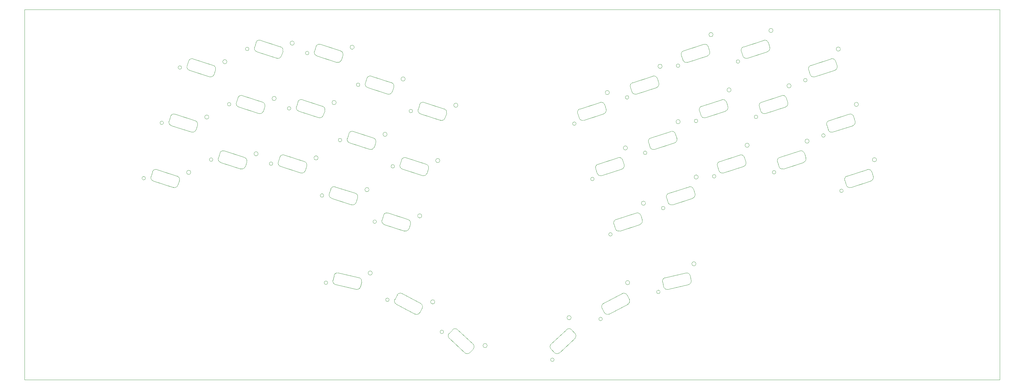
<source format=gbr>
%TF.GenerationSoftware,KiCad,Pcbnew,9.0.6*%
%TF.CreationDate,2025-12-02T23:38:21-05:00*%
%TF.ProjectId,frameortho,6672616d-656f-4727-9468-6f2e6b696361,rev?*%
%TF.SameCoordinates,Original*%
%TF.FileFunction,Profile,NP*%
%FSLAX46Y46*%
G04 Gerber Fmt 4.6, Leading zero omitted, Abs format (unit mm)*
G04 Created by KiCad (PCBNEW 9.0.6) date 2025-12-02 23:38:21*
%MOMM*%
%LPD*%
G01*
G04 APERTURE LIST*
%TA.AperFunction,Profile*%
%ADD10C,0.050000*%
%TD*%
%TA.AperFunction,Profile*%
%ADD11C,0.100000*%
%TD*%
G04 APERTURE END LIST*
D10*
X350236540Y-80000000D02*
X216791539Y-80035000D01*
X207691539Y-80035000D02*
X216791539Y-80035000D01*
X74236540Y-185000000D02*
X350236540Y-185000000D01*
X350236540Y-185000000D02*
X350236540Y-80000000D01*
X207691539Y-80035000D02*
X74236540Y-80000000D01*
X74236540Y-80000000D02*
X74236540Y-185000000D01*
D11*
%TO.C,S3*%
X156294951Y-91876043D02*
X156727575Y-90544564D01*
X157987648Y-89902525D02*
X163693987Y-91756627D01*
X162643330Y-94990219D02*
X156936990Y-93136117D01*
X164336027Y-93016700D02*
X163903403Y-94348179D01*
X156727575Y-90544564D02*
G75*
G02*
X157987648Y-89902524I951056J-309016D01*
G01*
X156936990Y-93136117D02*
G75*
G02*
X156294951Y-91876043I309016J951056D01*
G01*
X163693987Y-91756627D02*
G75*
G02*
X164336026Y-93016700I-309017J-951056D01*
G01*
X163903403Y-94348179D02*
G75*
G02*
X162643330Y-94990218I-951056J309017D01*
G01*
X154743131Y-92365975D02*
G75*
G02*
X153743129Y-92365975I-500001J0D01*
G01*
X153743129Y-92365975D02*
G75*
G02*
X154743131Y-92365975I500001J0D01*
G01*
X167574978Y-90719761D02*
G75*
G02*
X166374982Y-90719761I-599998J0D01*
G01*
X166374982Y-90719761D02*
G75*
G02*
X167574978Y-90719761I599998J0D01*
G01*
%TO.C,S13*%
X151182756Y-107568483D02*
X151615380Y-106237004D01*
X152875453Y-105594965D02*
X158581792Y-107449067D01*
X157531135Y-110682659D02*
X151824795Y-108828557D01*
X159223832Y-108709140D02*
X158791208Y-110040619D01*
X151615380Y-106237004D02*
G75*
G02*
X152875453Y-105594964I951056J-309016D01*
G01*
X151824795Y-108828557D02*
G75*
G02*
X151182756Y-107568483I309016J951056D01*
G01*
X158581792Y-107449067D02*
G75*
G02*
X159223831Y-108709140I-309017J-951056D01*
G01*
X158791208Y-110040619D02*
G75*
G02*
X157531135Y-110682658I-951056J309017D01*
G01*
X149630936Y-108058415D02*
G75*
G02*
X148630934Y-108058415I-500001J0D01*
G01*
X148630934Y-108058415D02*
G75*
G02*
X149630936Y-108058415I500001J0D01*
G01*
X162462783Y-106412201D02*
G75*
G02*
X161262787Y-106412201I-599998J0D01*
G01*
X161262787Y-106412201D02*
G75*
G02*
X162462783Y-106412201I599998J0D01*
G01*
%TO.C,S12*%
X134212275Y-106406190D02*
X134644899Y-105074711D01*
X135904972Y-104432672D02*
X141611311Y-106286774D01*
X140560654Y-109520366D02*
X134854314Y-107666264D01*
X142253351Y-107546847D02*
X141820727Y-108878326D01*
X134644899Y-105074711D02*
G75*
G02*
X135904972Y-104432671I951056J-309016D01*
G01*
X134854314Y-107666264D02*
G75*
G02*
X134212275Y-106406190I309016J951056D01*
G01*
X141611311Y-106286774D02*
G75*
G02*
X142253350Y-107546847I-309017J-951056D01*
G01*
X141820727Y-108878326D02*
G75*
G02*
X140560654Y-109520365I-951056J309017D01*
G01*
X132660455Y-106896122D02*
G75*
G02*
X131660453Y-106896122I-500001J0D01*
G01*
X131660453Y-106896122D02*
G75*
G02*
X132660455Y-106896122I500001J0D01*
G01*
X145492302Y-105249908D02*
G75*
G02*
X144292306Y-105249908I-599998J0D01*
G01*
X144292306Y-105249908D02*
G75*
G02*
X145492302Y-105249908I599998J0D01*
G01*
%TO.C,S11*%
X115145783Y-111677792D02*
X115578407Y-110346313D01*
X116838480Y-109704274D02*
X122544819Y-111558376D01*
X121494162Y-114791968D02*
X115787822Y-112937866D01*
X123186859Y-112818449D02*
X122754235Y-114149928D01*
X115578407Y-110346313D02*
G75*
G02*
X116838480Y-109704273I951056J-309016D01*
G01*
X115787822Y-112937866D02*
G75*
G02*
X115145783Y-111677792I309016J951056D01*
G01*
X122544819Y-111558376D02*
G75*
G02*
X123186858Y-112818449I-309017J-951056D01*
G01*
X122754235Y-114149928D02*
G75*
G02*
X121494162Y-114791967I-951056J309017D01*
G01*
X113593963Y-112167724D02*
G75*
G02*
X112593961Y-112167724I-500001J0D01*
G01*
X112593961Y-112167724D02*
G75*
G02*
X113593963Y-112167724I500001J0D01*
G01*
X126425810Y-110521510D02*
G75*
G02*
X125225814Y-110521510I-599998J0D01*
G01*
X125225814Y-110521510D02*
G75*
G02*
X126425810Y-110521510I599998J0D01*
G01*
%TO.C,S15*%
X180522743Y-124016244D02*
X180955367Y-122684765D01*
X182215440Y-122042726D02*
X187921779Y-123896828D01*
X186871122Y-127130420D02*
X181164782Y-125276318D01*
X188563819Y-125156901D02*
X188131195Y-126488380D01*
X180955367Y-122684765D02*
G75*
G02*
X182215440Y-122042725I951056J-309016D01*
G01*
X181164782Y-125276318D02*
G75*
G02*
X180522743Y-124016244I309016J951056D01*
G01*
X187921779Y-123896828D02*
G75*
G02*
X188563818Y-125156901I-309017J-951056D01*
G01*
X188131195Y-126488380D02*
G75*
G02*
X186871122Y-127130419I-951056J309017D01*
G01*
X178970923Y-124506176D02*
G75*
G02*
X177970921Y-124506176I-500001J0D01*
G01*
X177970921Y-124506176D02*
G75*
G02*
X178970923Y-124506176I500001J0D01*
G01*
X191802770Y-122859962D02*
G75*
G02*
X190602774Y-122859962I-599998J0D01*
G01*
X190602774Y-122859962D02*
G75*
G02*
X191802770Y-122859962I599998J0D01*
G01*
%TO.C,S10*%
X296606651Y-98457504D02*
X296174027Y-97126025D01*
X296816067Y-95865952D02*
X302522406Y-94011850D01*
X303573064Y-97245442D02*
X297866724Y-99099544D01*
X303782479Y-94653889D02*
X304215103Y-95985368D01*
X296174027Y-97126025D02*
G75*
G02*
X296816067Y-95865951I951055J309018D01*
G01*
X297866724Y-99099544D02*
G75*
G02*
X296606651Y-98457504I-309017J951056D01*
G01*
X302522406Y-94011850D02*
G75*
G02*
X303782479Y-94653889I309017J-951056D01*
G01*
X304215103Y-95985368D02*
G75*
G02*
X303573064Y-97245441I-951056J-309017D01*
G01*
X295734668Y-100059897D02*
G75*
G02*
X294734668Y-100059897I-500000J0D01*
G01*
X294734668Y-100059897D02*
G75*
G02*
X295734668Y-100059897I500000J0D01*
G01*
X305167330Y-91244489D02*
G75*
G02*
X303967330Y-91244489I-600000J0D01*
G01*
X303967330Y-91244489D02*
G75*
G02*
X305167330Y-91244489I600000J0D01*
G01*
%TO.C,S31*%
X161541388Y-156838704D02*
X161856319Y-155474586D01*
X163055640Y-154725167D02*
X168901860Y-156074874D01*
X168137027Y-159387732D02*
X162290807Y-158038026D01*
X169651279Y-157274195D02*
X169336348Y-158638313D01*
X161856319Y-155474586D02*
G75*
G02*
X163055640Y-154725167I974369J-224950D01*
G01*
X162290807Y-158038026D02*
G75*
G02*
X161541387Y-156838704I224949J974370D01*
G01*
X168901860Y-156074874D02*
G75*
G02*
X169651279Y-157274195I-224951J-974370D01*
G01*
X169336348Y-158638313D02*
G75*
G02*
X168137027Y-159387732I-974370J224951D01*
G01*
X160040075Y-157505600D02*
G75*
G02*
X159040075Y-157505600I-500000J0D01*
G01*
X159040075Y-157505600D02*
G75*
G02*
X160040075Y-157505600I500000J0D01*
G01*
X172679999Y-154755996D02*
G75*
G02*
X171479999Y-154755996I-600000J0D01*
G01*
X171479999Y-154755996D02*
G75*
G02*
X172679999Y-154755996I600000J0D01*
G01*
%TO.C,S26*%
X241454098Y-142180821D02*
X241021474Y-140849342D01*
X241663514Y-139589269D02*
X247369853Y-137735167D01*
X248420511Y-140968759D02*
X242714171Y-142822861D01*
X248629926Y-138377206D02*
X249062550Y-139708685D01*
X241021474Y-140849342D02*
G75*
G02*
X241663514Y-139589268I951055J309018D01*
G01*
X242714171Y-142822861D02*
G75*
G02*
X241454098Y-142180821I-309017J951056D01*
G01*
X247369853Y-137735167D02*
G75*
G02*
X248629926Y-138377206I309017J-951056D01*
G01*
X249062550Y-139708685D02*
G75*
G02*
X248420511Y-140968758I-951056J-309017D01*
G01*
X240582115Y-143783214D02*
G75*
G02*
X239582115Y-143783214I-500000J0D01*
G01*
X239582115Y-143783214D02*
G75*
G02*
X240582115Y-143783214I500000J0D01*
G01*
X250014777Y-134967806D02*
G75*
G02*
X248814777Y-134967806I-600000J0D01*
G01*
X248814777Y-134967806D02*
G75*
G02*
X250014777Y-134967806I600000J0D01*
G01*
%TO.C,S18*%
X265681873Y-110040619D02*
X265249249Y-108709140D01*
X265891289Y-107449067D02*
X271597628Y-105594965D01*
X272648286Y-108828557D02*
X266941946Y-110682659D01*
X272857701Y-106237004D02*
X273290325Y-107568483D01*
X265249249Y-108709140D02*
G75*
G02*
X265891289Y-107449066I951055J309018D01*
G01*
X266941946Y-110682659D02*
G75*
G02*
X265681873Y-110040619I-309017J951056D01*
G01*
X271597628Y-105594965D02*
G75*
G02*
X272857701Y-106237004I309017J-951056D01*
G01*
X273290325Y-107568483D02*
G75*
G02*
X272648286Y-108828556I-951056J-309017D01*
G01*
X264809890Y-111643012D02*
G75*
G02*
X263809890Y-111643012I-500000J0D01*
G01*
X263809890Y-111643012D02*
G75*
G02*
X264809890Y-111643012I500000J0D01*
G01*
X274242552Y-102827604D02*
G75*
G02*
X273042552Y-102827604I-600000J0D01*
G01*
X273042552Y-102827604D02*
G75*
G02*
X274242552Y-102827604I600000J0D01*
G01*
%TO.C,S35*%
X238110454Y-163389123D02*
X243408139Y-160572294D01*
X238354238Y-165977669D02*
X237696978Y-164741542D01*
X244760558Y-160985770D02*
X245417818Y-162221896D01*
X245004342Y-163574315D02*
X239706657Y-166391145D01*
X237696978Y-164741542D02*
G75*
G02*
X238110454Y-163389123I882946J469472D01*
G01*
X239706657Y-166391145D02*
G75*
G02*
X238354238Y-165977669I-469471J882949D01*
G01*
X243408139Y-160572294D02*
G75*
G02*
X244760558Y-160985770I469472J-882947D01*
G01*
X245417818Y-162221896D02*
G75*
G02*
X245004342Y-163574315I-882947J-469472D01*
G01*
X237781351Y-167793960D02*
G75*
G02*
X236781351Y-167793960I-500000J0D01*
G01*
X236781351Y-167793960D02*
G75*
G02*
X237781351Y-167793960I500000J0D01*
G01*
X245541449Y-157491878D02*
G75*
G02*
X244341449Y-157491878I-600000J0D01*
G01*
X244341449Y-157491878D02*
G75*
G02*
X245541449Y-157491878I600000J0D01*
G01*
%TO.C,S17*%
X251267489Y-119049124D02*
X250834865Y-117717645D01*
X251476905Y-116457572D02*
X257183244Y-114603470D01*
X258233902Y-117837062D02*
X252527562Y-119691164D01*
X258443317Y-115245509D02*
X258875941Y-116576988D01*
X250834865Y-117717645D02*
G75*
G02*
X251476905Y-116457571I951055J309018D01*
G01*
X252527562Y-119691164D02*
G75*
G02*
X251267489Y-119049124I-309017J951056D01*
G01*
X257183244Y-114603470D02*
G75*
G02*
X258443317Y-115245509I309017J-951056D01*
G01*
X258875941Y-116576988D02*
G75*
G02*
X258233902Y-117837061I-951056J-309017D01*
G01*
X250395506Y-120651517D02*
G75*
G02*
X249395506Y-120651517I-500000J0D01*
G01*
X249395506Y-120651517D02*
G75*
G02*
X250395506Y-120651517I500000J0D01*
G01*
X259828168Y-111836109D02*
G75*
G02*
X258628168Y-111836109I-600000J0D01*
G01*
X258628168Y-111836109D02*
G75*
G02*
X259828168Y-111836109I600000J0D01*
G01*
%TO.C,S4*%
X170709335Y-100884548D02*
X171141959Y-99553069D01*
X172402032Y-98911030D02*
X178108371Y-100765132D01*
X177057714Y-103998724D02*
X171351374Y-102144622D01*
X178750411Y-102025205D02*
X178317787Y-103356684D01*
X171141959Y-99553069D02*
G75*
G02*
X172402032Y-98911029I951056J-309016D01*
G01*
X171351374Y-102144622D02*
G75*
G02*
X170709335Y-100884548I309016J951056D01*
G01*
X178108371Y-100765132D02*
G75*
G02*
X178750410Y-102025205I-309017J-951056D01*
G01*
X178317787Y-103356684D02*
G75*
G02*
X177057714Y-103998723I-951056J309017D01*
G01*
X169157515Y-101374480D02*
G75*
G02*
X168157513Y-101374480I-500001J0D01*
G01*
X168157513Y-101374480D02*
G75*
G02*
X169157515Y-101374480I500001J0D01*
G01*
X181989362Y-99728266D02*
G75*
G02*
X180789366Y-99728266I-599998J0D01*
G01*
X180789366Y-99728266D02*
G75*
G02*
X181989362Y-99728266I599998J0D01*
G01*
%TO.C,S23*%
X146070561Y-123260907D02*
X146503185Y-121929428D01*
X147763258Y-121287389D02*
X153469597Y-123141491D01*
X152418940Y-126375083D02*
X146712600Y-124520981D01*
X154111637Y-124401564D02*
X153679013Y-125733043D01*
X146503185Y-121929428D02*
G75*
G02*
X147763258Y-121287388I951056J-309016D01*
G01*
X146712600Y-124520981D02*
G75*
G02*
X146070561Y-123260907I309016J951056D01*
G01*
X153469597Y-123141491D02*
G75*
G02*
X154111636Y-124401564I-309017J-951056D01*
G01*
X153679013Y-125733043D02*
G75*
G02*
X152418940Y-126375082I-951056J309017D01*
G01*
X144518741Y-123750839D02*
G75*
G02*
X143518739Y-123750839I-500001J0D01*
G01*
X143518739Y-123750839D02*
G75*
G02*
X144518741Y-123750839I500001J0D01*
G01*
X157350588Y-122104625D02*
G75*
G02*
X156150592Y-122104625I-599998J0D01*
G01*
X156150592Y-122104625D02*
G75*
G02*
X157350588Y-122104625I599998J0D01*
G01*
%TO.C,S34*%
X223294843Y-174890677D02*
X227682965Y-170798687D01*
X224200285Y-177327924D02*
X223245488Y-176304029D01*
X229096317Y-170848042D02*
X230051115Y-171871937D01*
X230001760Y-173285289D02*
X225613638Y-177377279D01*
X223245488Y-176304029D02*
G75*
G02*
X223294843Y-174890677I731352J681999D01*
G01*
X225613638Y-177377279D02*
G75*
G02*
X224200285Y-177327924I-681999J731352D01*
G01*
X227682965Y-170798687D02*
G75*
G02*
X229096317Y-170848042I681999J-731353D01*
G01*
X230051115Y-171871937D02*
G75*
G02*
X230001760Y-173285290I-731354J-681999D01*
G01*
X224134047Y-179360010D02*
G75*
G02*
X223134047Y-179360010I-500000J0D01*
G01*
X223134047Y-179360010D02*
G75*
G02*
X224134047Y-179360010I500000J0D01*
G01*
X228966759Y-167426384D02*
G75*
G02*
X227766759Y-167426384I-600000J0D01*
G01*
X227766759Y-167426384D02*
G75*
G02*
X228966759Y-167426384I600000J0D01*
G01*
%TO.C,S7*%
X246155294Y-103356684D02*
X245722670Y-102025205D01*
X246364710Y-100765132D02*
X252071049Y-98911030D01*
X253121707Y-102144622D02*
X247415367Y-103998724D01*
X253331122Y-99553069D02*
X253763746Y-100884548D01*
X245722670Y-102025205D02*
G75*
G02*
X246364710Y-100765131I951055J309018D01*
G01*
X247415367Y-103998724D02*
G75*
G02*
X246155294Y-103356684I-309017J951056D01*
G01*
X252071049Y-98911030D02*
G75*
G02*
X253331122Y-99553069I309017J-951056D01*
G01*
X253763746Y-100884548D02*
G75*
G02*
X253121707Y-102144621I-951056J-309017D01*
G01*
X245283311Y-104959077D02*
G75*
G02*
X244283311Y-104959077I-500000J0D01*
G01*
X244283311Y-104959077D02*
G75*
G02*
X245283311Y-104959077I500000J0D01*
G01*
X254715973Y-96143669D02*
G75*
G02*
X253515973Y-96143669I-600000J0D01*
G01*
X253515973Y-96143669D02*
G75*
G02*
X254715973Y-96143669I600000J0D01*
G01*
%TO.C,S20*%
X301718846Y-114149928D02*
X301286222Y-112818449D01*
X301928262Y-111558376D02*
X307634601Y-109704274D01*
X308685259Y-112937866D02*
X302978919Y-114791968D01*
X308894674Y-110346313D02*
X309327298Y-111677792D01*
X301286222Y-112818449D02*
G75*
G02*
X301928262Y-111558375I951055J309018D01*
G01*
X302978919Y-114791968D02*
G75*
G02*
X301718846Y-114149928I-309017J951056D01*
G01*
X307634601Y-109704274D02*
G75*
G02*
X308894674Y-110346313I309017J-951056D01*
G01*
X309327298Y-111677792D02*
G75*
G02*
X308685259Y-112937865I-951056J-309017D01*
G01*
X300846863Y-115752321D02*
G75*
G02*
X299846863Y-115752321I-500000J0D01*
G01*
X299846863Y-115752321D02*
G75*
G02*
X300846863Y-115752321I500000J0D01*
G01*
X310279525Y-106936913D02*
G75*
G02*
X309079525Y-106936913I-600000J0D01*
G01*
X309079525Y-106936913D02*
G75*
G02*
X310279525Y-106936913I600000J0D01*
G01*
%TO.C,S25*%
X175410548Y-139708685D02*
X175843172Y-138377206D01*
X177103245Y-137735167D02*
X182809584Y-139589269D01*
X181758927Y-142822861D02*
X176052587Y-140968759D01*
X183451624Y-140849342D02*
X183019000Y-142180821D01*
X175843172Y-138377206D02*
G75*
G02*
X177103245Y-137735166I951056J-309016D01*
G01*
X176052587Y-140968759D02*
G75*
G02*
X175410548Y-139708685I309016J951056D01*
G01*
X182809584Y-139589269D02*
G75*
G02*
X183451623Y-140849342I-309017J-951056D01*
G01*
X183019000Y-142180821D02*
G75*
G02*
X181758927Y-142822860I-951056J309017D01*
G01*
X173858728Y-140198617D02*
G75*
G02*
X172858726Y-140198617I-500001J0D01*
G01*
X172858726Y-140198617D02*
G75*
G02*
X173858728Y-140198617I500001J0D01*
G01*
X186690575Y-138552403D02*
G75*
G02*
X185490579Y-138552403I-599998J0D01*
G01*
X185490579Y-138552403D02*
G75*
G02*
X186690575Y-138552403I599998J0D01*
G01*
%TO.C,S30*%
X306831041Y-129842368D02*
X306398417Y-128510889D01*
X307040457Y-127250816D02*
X312746796Y-125396714D01*
X313797454Y-128630306D02*
X308091114Y-130484408D01*
X314006869Y-126038753D02*
X314439493Y-127370232D01*
X306398417Y-128510889D02*
G75*
G02*
X307040457Y-127250815I951055J309018D01*
G01*
X308091114Y-130484408D02*
G75*
G02*
X306831041Y-129842368I-309017J951056D01*
G01*
X312746796Y-125396714D02*
G75*
G02*
X314006869Y-126038753I309017J-951056D01*
G01*
X314439493Y-127370232D02*
G75*
G02*
X313797454Y-128630305I-951056J-309017D01*
G01*
X305959058Y-131444761D02*
G75*
G02*
X304959058Y-131444761I-500000J0D01*
G01*
X304959058Y-131444761D02*
G75*
G02*
X305959058Y-131444761I500000J0D01*
G01*
X315391720Y-122629353D02*
G75*
G02*
X314191720Y-122629353I-600000J0D01*
G01*
X314191720Y-122629353D02*
G75*
G02*
X315391720Y-122629353I600000J0D01*
G01*
%TO.C,S2*%
X139324470Y-90713750D02*
X139757094Y-89382271D01*
X141017167Y-88740232D02*
X146723506Y-90594334D01*
X145672849Y-93827926D02*
X139966509Y-91973824D01*
X147365546Y-91854407D02*
X146932922Y-93185886D01*
X139757094Y-89382271D02*
G75*
G02*
X141017167Y-88740231I951056J-309016D01*
G01*
X139966509Y-91973824D02*
G75*
G02*
X139324470Y-90713750I309016J951056D01*
G01*
X146723506Y-90594334D02*
G75*
G02*
X147365545Y-91854407I-309017J-951056D01*
G01*
X146932922Y-93185886D02*
G75*
G02*
X145672849Y-93827925I-951056J309017D01*
G01*
X137772650Y-91203682D02*
G75*
G02*
X136772648Y-91203682I-500001J0D01*
G01*
X136772648Y-91203682D02*
G75*
G02*
X137772650Y-91203682I500001J0D01*
G01*
X150604497Y-89557468D02*
G75*
G02*
X149404501Y-89557468I-599998J0D01*
G01*
X149404501Y-89557468D02*
G75*
G02*
X150604497Y-89557468I599998J0D01*
G01*
%TO.C,S32*%
X179055279Y-162221896D02*
X179712539Y-160985770D01*
X181064958Y-160572294D02*
X186362643Y-163389123D01*
X184766440Y-166391145D02*
X179468755Y-163574315D01*
X186776119Y-164741542D02*
X186118859Y-165977669D01*
X179468755Y-163574315D02*
G75*
G02*
X179055279Y-162221896I469469J882947D01*
G01*
X179712539Y-160985770D02*
G75*
G02*
X181064958Y-160572294I882947J-469470D01*
G01*
X186118859Y-165977669D02*
G75*
G02*
X184766440Y-166391144I-882947J469472D01*
G01*
X186362643Y-163389123D02*
G75*
G02*
X186776120Y-164741542I-469471J-882948D01*
G01*
X177449554Y-162348090D02*
G75*
G02*
X176449554Y-162348090I-500000J0D01*
G01*
X176449554Y-162348090D02*
G75*
G02*
X177449554Y-162348090I500000J0D01*
G01*
X190373840Y-162937748D02*
G75*
G02*
X189173840Y-162937748I-600000J0D01*
G01*
X189173840Y-162937748D02*
G75*
G02*
X190373840Y-162937748I600000J0D01*
G01*
%TO.C,S16*%
X236341902Y-126488380D02*
X235909278Y-125156901D01*
X236551318Y-123896828D02*
X242257657Y-122042726D01*
X243308315Y-125276318D02*
X237601975Y-127130420D01*
X243517730Y-122684765D02*
X243950354Y-124016244D01*
X235909278Y-125156901D02*
G75*
G02*
X236551318Y-123896827I951055J309018D01*
G01*
X237601975Y-127130420D02*
G75*
G02*
X236341902Y-126488380I-309017J951056D01*
G01*
X242257657Y-122042726D02*
G75*
G02*
X243517730Y-122684765I309017J-951056D01*
G01*
X243950354Y-124016244D02*
G75*
G02*
X243308315Y-125276317I-951056J-309017D01*
G01*
X235469919Y-128090773D02*
G75*
G02*
X234469919Y-128090773I-500000J0D01*
G01*
X234469919Y-128090773D02*
G75*
G02*
X235469919Y-128090773I500000J0D01*
G01*
X244902581Y-119275365D02*
G75*
G02*
X243702581Y-119275365I-600000J0D01*
G01*
X243702581Y-119275365D02*
G75*
G02*
X244902581Y-119275365I600000J0D01*
G01*
%TO.C,S22*%
X129100080Y-122098614D02*
X129532704Y-120767135D01*
X130792777Y-120125096D02*
X136499116Y-121979198D01*
X135448459Y-125212790D02*
X129742119Y-123358688D01*
X137141156Y-123239271D02*
X136708532Y-124570750D01*
X129532704Y-120767135D02*
G75*
G02*
X130792777Y-120125095I951056J-309016D01*
G01*
X129742119Y-123358688D02*
G75*
G02*
X129100080Y-122098614I309016J951056D01*
G01*
X136499116Y-121979198D02*
G75*
G02*
X137141155Y-123239271I-309017J-951056D01*
G01*
X136708532Y-124570750D02*
G75*
G02*
X135448459Y-125212789I-951056J309017D01*
G01*
X127548260Y-122588546D02*
G75*
G02*
X126548258Y-122588546I-500001J0D01*
G01*
X126548258Y-122588546D02*
G75*
G02*
X127548260Y-122588546I500001J0D01*
G01*
X140380107Y-120942332D02*
G75*
G02*
X139180111Y-120942332I-599998J0D01*
G01*
X139180111Y-120942332D02*
G75*
G02*
X140380107Y-120942332I599998J0D01*
G01*
%TO.C,S27*%
X256379701Y-134741548D02*
X255947077Y-133410069D01*
X256589117Y-132149996D02*
X262295456Y-130295894D01*
X263346114Y-133529486D02*
X257639774Y-135383588D01*
X263555529Y-130937933D02*
X263988153Y-132269412D01*
X255947077Y-133410069D02*
G75*
G02*
X256589117Y-132149995I951055J309018D01*
G01*
X257639774Y-135383588D02*
G75*
G02*
X256379701Y-134741548I-309017J951056D01*
G01*
X262295456Y-130295894D02*
G75*
G02*
X263555529Y-130937933I309017J-951056D01*
G01*
X263988153Y-132269412D02*
G75*
G02*
X263346114Y-133529485I-951056J-309017D01*
G01*
X255507718Y-136343941D02*
G75*
G02*
X254507718Y-136343941I-500000J0D01*
G01*
X254507718Y-136343941D02*
G75*
G02*
X255507718Y-136343941I500000J0D01*
G01*
X264940380Y-127528533D02*
G75*
G02*
X263740380Y-127528533I-600000J0D01*
G01*
X263740380Y-127528533D02*
G75*
G02*
X264940380Y-127528533I600000J0D01*
G01*
%TO.C,S24*%
X160484945Y-132269412D02*
X160917569Y-130937933D01*
X162177642Y-130295894D02*
X167883981Y-132149996D01*
X166833324Y-135383588D02*
X161126984Y-133529486D01*
X168526021Y-133410069D02*
X168093397Y-134741548D01*
X160917569Y-130937933D02*
G75*
G02*
X162177642Y-130295893I951056J-309016D01*
G01*
X161126984Y-133529486D02*
G75*
G02*
X160484945Y-132269412I309016J951056D01*
G01*
X167883981Y-132149996D02*
G75*
G02*
X168526020Y-133410069I-309017J-951056D01*
G01*
X168093397Y-134741548D02*
G75*
G02*
X166833324Y-135383587I-951056J309017D01*
G01*
X158933125Y-132759344D02*
G75*
G02*
X157933123Y-132759344I-500001J0D01*
G01*
X157933123Y-132759344D02*
G75*
G02*
X158933125Y-132759344I500001J0D01*
G01*
X171764972Y-131113130D02*
G75*
G02*
X170564976Y-131113130I-599998J0D01*
G01*
X170564976Y-131113130D02*
G75*
G02*
X171764972Y-131113130I599998J0D01*
G01*
%TO.C,S6*%
X231229691Y-110795939D02*
X230797067Y-109464460D01*
X231439107Y-108204387D02*
X237145446Y-106350285D01*
X238196104Y-109583877D02*
X232489764Y-111437979D01*
X238405519Y-106992324D02*
X238838143Y-108323803D01*
X230797067Y-109464460D02*
G75*
G02*
X231439107Y-108204386I951055J309018D01*
G01*
X232489764Y-111437979D02*
G75*
G02*
X231229691Y-110795939I-309017J951056D01*
G01*
X237145446Y-106350285D02*
G75*
G02*
X238405519Y-106992324I309017J-951056D01*
G01*
X238838143Y-108323803D02*
G75*
G02*
X238196104Y-109583876I-951056J-309017D01*
G01*
X230357708Y-112398332D02*
G75*
G02*
X229357708Y-112398332I-500000J0D01*
G01*
X229357708Y-112398332D02*
G75*
G02*
X230357708Y-112398332I500000J0D01*
G01*
X239790370Y-103582924D02*
G75*
G02*
X238590370Y-103582924I-600000J0D01*
G01*
X238590370Y-103582924D02*
G75*
G02*
X239790370Y-103582924I600000J0D01*
G01*
%TO.C,S8*%
X260569678Y-94348179D02*
X260137054Y-93016700D01*
X260779094Y-91756627D02*
X266485433Y-89902525D01*
X267536091Y-93136117D02*
X261829751Y-94990219D01*
X267745506Y-90544564D02*
X268178130Y-91876043D01*
X260137054Y-93016700D02*
G75*
G02*
X260779094Y-91756626I951055J309018D01*
G01*
X261829751Y-94990219D02*
G75*
G02*
X260569678Y-94348179I-309017J951056D01*
G01*
X266485433Y-89902525D02*
G75*
G02*
X267745506Y-90544564I309017J-951056D01*
G01*
X268178130Y-91876043D02*
G75*
G02*
X267536091Y-93136116I-951056J-309017D01*
G01*
X259697695Y-95950572D02*
G75*
G02*
X258697695Y-95950572I-500000J0D01*
G01*
X258697695Y-95950572D02*
G75*
G02*
X259697695Y-95950572I500000J0D01*
G01*
X269130357Y-87135164D02*
G75*
G02*
X267930357Y-87135164I-600000J0D01*
G01*
X267930357Y-87135164D02*
G75*
G02*
X269130357Y-87135164I600000J0D01*
G01*
%TO.C,S9*%
X277540159Y-93185886D02*
X277107535Y-91854407D01*
X277749575Y-90594334D02*
X283455914Y-88740232D01*
X284506572Y-91973824D02*
X278800232Y-93827926D01*
X284715987Y-89382271D02*
X285148611Y-90713750D01*
X277107535Y-91854407D02*
G75*
G02*
X277749575Y-90594333I951055J309018D01*
G01*
X278800232Y-93827926D02*
G75*
G02*
X277540159Y-93185886I-309017J951056D01*
G01*
X283455914Y-88740232D02*
G75*
G02*
X284715987Y-89382271I309017J-951056D01*
G01*
X285148611Y-90713750D02*
G75*
G02*
X284506572Y-91973823I-951056J-309017D01*
G01*
X276668176Y-94788279D02*
G75*
G02*
X275668176Y-94788279I-500000J0D01*
G01*
X275668176Y-94788279D02*
G75*
G02*
X276668176Y-94788279I500000J0D01*
G01*
X286100838Y-85972871D02*
G75*
G02*
X284900838Y-85972871I-600000J0D01*
G01*
X284900838Y-85972871D02*
G75*
G02*
X286100838Y-85972871I600000J0D01*
G01*
%TO.C,S28*%
X270794084Y-125733043D02*
X270361460Y-124401564D01*
X271003500Y-123141491D02*
X276709839Y-121287389D01*
X277760497Y-124520981D02*
X272054157Y-126375083D01*
X277969912Y-121929428D02*
X278402536Y-123260907D01*
X270361460Y-124401564D02*
G75*
G02*
X271003500Y-123141490I951055J309018D01*
G01*
X272054157Y-126375083D02*
G75*
G02*
X270794084Y-125733043I-309017J951056D01*
G01*
X276709839Y-121287389D02*
G75*
G02*
X277969912Y-121929428I309017J-951056D01*
G01*
X278402536Y-123260907D02*
G75*
G02*
X277760497Y-124520980I-951056J-309017D01*
G01*
X269922101Y-127335436D02*
G75*
G02*
X268922101Y-127335436I-500000J0D01*
G01*
X268922101Y-127335436D02*
G75*
G02*
X269922101Y-127335436I500000J0D01*
G01*
X279354763Y-118520028D02*
G75*
G02*
X278154763Y-118520028I-600000J0D01*
G01*
X278154763Y-118520028D02*
G75*
G02*
X279354763Y-118520028I600000J0D01*
G01*
%TO.C,S14*%
X165597140Y-116576988D02*
X166029764Y-115245509D01*
X167289837Y-114603470D02*
X172996176Y-116457572D01*
X171945519Y-119691164D02*
X166239179Y-117837062D01*
X173638216Y-117717645D02*
X173205592Y-119049124D01*
X166029764Y-115245509D02*
G75*
G02*
X167289837Y-114603469I951056J-309016D01*
G01*
X166239179Y-117837062D02*
G75*
G02*
X165597140Y-116576988I309016J951056D01*
G01*
X172996176Y-116457572D02*
G75*
G02*
X173638215Y-117717645I-309017J-951056D01*
G01*
X173205592Y-119049124D02*
G75*
G02*
X171945519Y-119691163I-951056J309017D01*
G01*
X164045320Y-117066920D02*
G75*
G02*
X163045318Y-117066920I-500001J0D01*
G01*
X163045318Y-117066920D02*
G75*
G02*
X164045320Y-117066920I500001J0D01*
G01*
X176877167Y-115420706D02*
G75*
G02*
X175677171Y-115420706I-599998J0D01*
G01*
X175677171Y-115420706D02*
G75*
G02*
X176877167Y-115420706I599998J0D01*
G01*
%TO.C,S5*%
X185634938Y-108323803D02*
X186067562Y-106992324D01*
X187327635Y-106350285D02*
X193033974Y-108204387D01*
X191983317Y-111437979D02*
X186276977Y-109583877D01*
X193676014Y-109464460D02*
X193243390Y-110795939D01*
X186067562Y-106992324D02*
G75*
G02*
X187327635Y-106350284I951056J-309016D01*
G01*
X186276977Y-109583877D02*
G75*
G02*
X185634938Y-108323803I309016J951056D01*
G01*
X193033974Y-108204387D02*
G75*
G02*
X193676013Y-109464460I-309017J-951056D01*
G01*
X193243390Y-110795939D02*
G75*
G02*
X191983317Y-111437978I-951056J309017D01*
G01*
X184083118Y-108813735D02*
G75*
G02*
X183083116Y-108813735I-500001J0D01*
G01*
X183083116Y-108813735D02*
G75*
G02*
X184083118Y-108813735I500001J0D01*
G01*
X196914965Y-107167521D02*
G75*
G02*
X195714969Y-107167521I-599998J0D01*
G01*
X195714969Y-107167521D02*
G75*
G02*
X196914965Y-107167521I599998J0D01*
G01*
%TO.C,S33*%
X194421966Y-171871937D02*
X195376764Y-170848042D01*
X196790116Y-170798687D02*
X201178238Y-174890677D01*
X198859443Y-177377279D02*
X194471321Y-173285289D01*
X201227593Y-176304029D02*
X200272796Y-177327924D01*
X194471321Y-173285289D02*
G75*
G02*
X194421966Y-171871937I681997J731353D01*
G01*
X195376764Y-170848042D02*
G75*
G02*
X196790116Y-170798687I731353J-681997D01*
G01*
X200272796Y-177327924D02*
G75*
G02*
X198859443Y-177377279I-731354J681998D01*
G01*
X201178238Y-174890677D02*
G75*
G02*
X201227594Y-176304029I-681998J-731354D01*
G01*
X192855331Y-171448829D02*
G75*
G02*
X191855331Y-171448829I-500000J0D01*
G01*
X191855331Y-171448829D02*
G75*
G02*
X192855331Y-171448829I500000J0D01*
G01*
X205190025Y-175337565D02*
G75*
G02*
X203990025Y-175337565I-600000J0D01*
G01*
X203990025Y-175337565D02*
G75*
G02*
X205190025Y-175337565I600000J0D01*
G01*
%TO.C,S29*%
X287764565Y-124570750D02*
X287331941Y-123239271D01*
X287973981Y-121979198D02*
X293680320Y-120125096D01*
X294730978Y-123358688D02*
X289024638Y-125212790D01*
X294940393Y-120767135D02*
X295373017Y-122098614D01*
X287331941Y-123239271D02*
G75*
G02*
X287973981Y-121979197I951055J309018D01*
G01*
X289024638Y-125212790D02*
G75*
G02*
X287764565Y-124570750I-309017J951056D01*
G01*
X293680320Y-120125096D02*
G75*
G02*
X294940393Y-120767135I309017J-951056D01*
G01*
X295373017Y-122098614D02*
G75*
G02*
X294730978Y-123358687I-951056J-309017D01*
G01*
X286892582Y-126173143D02*
G75*
G02*
X285892582Y-126173143I-500000J0D01*
G01*
X285892582Y-126173143D02*
G75*
G02*
X286892582Y-126173143I500000J0D01*
G01*
X296325244Y-117357735D02*
G75*
G02*
X295125244Y-117357735I-600000J0D01*
G01*
X295125244Y-117357735D02*
G75*
G02*
X296325244Y-117357735I600000J0D01*
G01*
%TO.C,S21*%
X110033588Y-127370232D02*
X110466212Y-126038753D01*
X111726285Y-125396714D02*
X117432624Y-127250816D01*
X116381967Y-130484408D02*
X110675627Y-128630306D01*
X118074664Y-128510889D02*
X117642040Y-129842368D01*
X110466212Y-126038753D02*
G75*
G02*
X111726285Y-125396713I951056J-309016D01*
G01*
X110675627Y-128630306D02*
G75*
G02*
X110033588Y-127370232I309016J951056D01*
G01*
X117432624Y-127250816D02*
G75*
G02*
X118074663Y-128510889I-309017J-951056D01*
G01*
X117642040Y-129842368D02*
G75*
G02*
X116381967Y-130484407I-951056J309017D01*
G01*
X108481768Y-127860164D02*
G75*
G02*
X107481766Y-127860164I-500001J0D01*
G01*
X107481766Y-127860164D02*
G75*
G02*
X108481768Y-127860164I500001J0D01*
G01*
X121313615Y-126213950D02*
G75*
G02*
X120113619Y-126213950I-599998J0D01*
G01*
X120113619Y-126213950D02*
G75*
G02*
X121313615Y-126213950I599998J0D01*
G01*
%TO.C,S1*%
X120257994Y-95985368D02*
X120690618Y-94653889D01*
X121950691Y-94011850D02*
X127657030Y-95865952D01*
X126606373Y-99099544D02*
X120900033Y-97245442D01*
X128299070Y-97126025D02*
X127866446Y-98457504D01*
X120690618Y-94653889D02*
G75*
G02*
X121950691Y-94011849I951056J-309016D01*
G01*
X120900033Y-97245442D02*
G75*
G02*
X120257994Y-95985368I309016J951056D01*
G01*
X127657030Y-95865952D02*
G75*
G02*
X128299069Y-97126025I-309017J-951056D01*
G01*
X127866446Y-98457504D02*
G75*
G02*
X126606373Y-99099543I-951056J309017D01*
G01*
X118706174Y-96475300D02*
G75*
G02*
X117706172Y-96475300I-500001J0D01*
G01*
X117706172Y-96475300D02*
G75*
G02*
X118706174Y-96475300I500001J0D01*
G01*
X131538021Y-94829086D02*
G75*
G02*
X130338025Y-94829086I-599998J0D01*
G01*
X130338025Y-94829086D02*
G75*
G02*
X131538021Y-94829086I599998J0D01*
G01*
%TO.C,S36*%
X255136733Y-158638313D02*
X254821802Y-157274195D01*
X255571221Y-156074874D02*
X261417441Y-154725167D01*
X262182274Y-158038026D02*
X256336054Y-159387732D01*
X262616762Y-155474586D02*
X262931693Y-156838704D01*
X254821802Y-157274195D02*
G75*
G02*
X255571221Y-156074874I974368J224952D01*
G01*
X256336054Y-159387732D02*
G75*
G02*
X255136733Y-158638313I-224952J974369D01*
G01*
X261417441Y-154725167D02*
G75*
G02*
X262616762Y-155474586I224951J-974370D01*
G01*
X262931693Y-156838704D02*
G75*
G02*
X262182274Y-158038025I-974370J-224951D01*
G01*
X254130313Y-160115032D02*
G75*
G02*
X253130313Y-160115032I-500000J0D01*
G01*
X253130313Y-160115032D02*
G75*
G02*
X254130313Y-160115032I500000J0D01*
G01*
X264295775Y-152146564D02*
G75*
G02*
X263095775Y-152146564I-600000J0D01*
G01*
X263095775Y-152146564D02*
G75*
G02*
X264295775Y-152146564I600000J0D01*
G01*
%TO.C,S19*%
X282652370Y-108878326D02*
X282219746Y-107546847D01*
X282861786Y-106286774D02*
X288568125Y-104432672D01*
X289618783Y-107666264D02*
X283912443Y-109520366D01*
X289828198Y-105074711D02*
X290260822Y-106406190D01*
X282219746Y-107546847D02*
G75*
G02*
X282861786Y-106286773I951055J309018D01*
G01*
X283912443Y-109520366D02*
G75*
G02*
X282652370Y-108878326I-309017J951056D01*
G01*
X288568125Y-104432672D02*
G75*
G02*
X289828198Y-105074711I309017J-951056D01*
G01*
X290260822Y-106406190D02*
G75*
G02*
X289618783Y-107666263I-951056J-309017D01*
G01*
X281780387Y-110480719D02*
G75*
G02*
X280780387Y-110480719I-500000J0D01*
G01*
X280780387Y-110480719D02*
G75*
G02*
X281780387Y-110480719I500000J0D01*
G01*
X291213049Y-101665311D02*
G75*
G02*
X290013049Y-101665311I-600000J0D01*
G01*
X290013049Y-101665311D02*
G75*
G02*
X291213049Y-101665311I600000J0D01*
G01*
%TD*%
M02*

</source>
